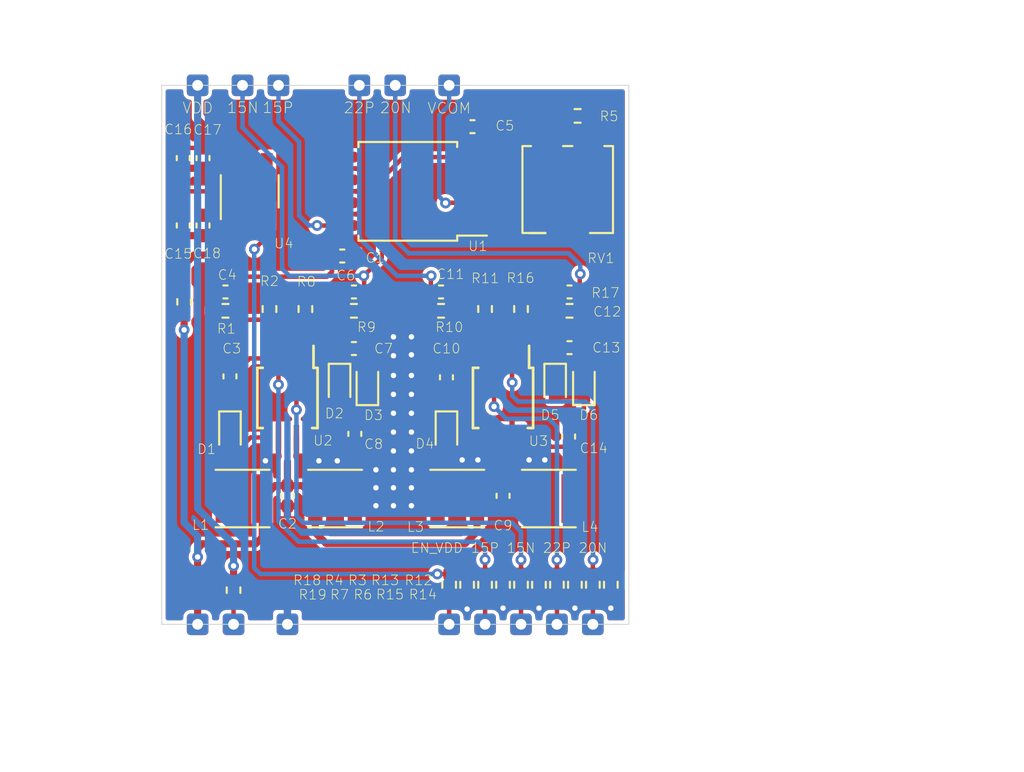
<source format=kicad_pcb>
(kicad_pcb (version 20171130) (host pcbnew "(5.1.7)-1")
  (layers (0 F.Cu signal) (31 B.Cu signal) (34 B.Paste user) (35 F.Paste user) (36 B.SilkS user) (37 F.SilkS user) (38 B.Mask user) (39 F.Mask user) (44 Edge.Cuts user))
  (net 0 "")
  (net 1 GND)
  (net 2 VCC_5V)
  (net 3 +15V)
  (net 4 +22V)
  (net 5 -15V)
  (net 6 -20V)
  (net 7 VCOM)
  (net 8 "Net-(C3-Pad2)")
  (net 9 "Net-(D1-Pad2)")
  (net 10 "Net-(RV1-Pad2)")
  (net 11 "Net-(C7-Pad1)")
  (net 12 "Net-(C8-Pad2)")
  (net 13 "Net-(C8-Pad1)")
  (net 14 "Net-(R4-Pad1)")
  (net 15 "Net-(R5-Pad1)")
  (net 16 "Net-(C10-Pad2)")
  (net 17 "Net-(C13-Pad1)")
  (net 18 "Net-(C14-Pad2)")
  (net 19 "Net-(C14-Pad1)")
  (net 20 "Net-(D4-Pad2)")
  (net 21 "Net-(R3-Pad1)")
  (net 22 "Net-(R12-Pad1)")
  (net 23 "Net-(R13-Pad1)")
  (net 24 VCC_3V3)
  (net 25 /EN_15P)
  (net 26 /EN_15N)
  (net 27 /EN_22P)
  (net 28 /EN_20N)
  (net 29 VCC_EINK)
  (net 30 "Net-(C15-Pad2)")
  (net 31 /EN_VCC_EINK)
  (net 32 "Net-(R18-Pad2)")
  (net 33 "Net-(C18-Pad2)")
  (net 34 "Net-(U1-Pad6)")
  (module FlightComputer_Library:Jumper_0402_1005Metric (layer F.Cu) (at 113.25 93.8 90)
    (fp_text reference JP2 hide)
    (fp_text value Close)
    (pad 2 smd custom (at 0.51 0 90) (size 0.54 0.64) (layers F.Cu F.Paste F.Mask) (net 33 "Net-(C18-Pad2)") (options (clearance outline) (anchor rect)) (primitives (gr_poly (pts (xy 0 0.32) (xy -0.3 0.32) (xy -0.48 0) (xy -0.3 -0.32) (xy 0 -0.32)) (width 0))))
    (pad 1 smd custom (at -0.51 0 90) (size 0.54 0.64) (layers F.Cu F.Paste F.Mask) (net 2 VCC_5V) (options (clearance outline) (anchor rect)) (primitives (gr_poly (pts (xy 0 0.32) (xy 0.48 0.32) (xy 0.3 0) (xy 0.48 -0.32) (xy 0 -0.32)) (width 0))))
  )
  (module Package_TO_SOT_SMD:SOT-23-5_HandSoldering (layer F.Cu) (at 116.9 87.65 90)
    (fp_text reference U4 (at -2.9 1.9 180) (layer F.SilkS) (effects (font (size 0.54 0.54) (thickness 0.04))))
    (fp_text value "XC6220B331MR-G ")
    (pad 5 smd rect (at 1.35 -0.95 90) (size 1.56 0.65) (layers F.Cu F.Paste F.Mask) (net 29 VCC_EINK))
    (pad 4 smd rect (at 1.35 0.95 90) (size 1.56 0.65) (layers F.Cu F.Paste F.Mask) (net 30 "Net-(C15-Pad2)"))
    (pad 3 smd rect (at -1.35 0.95 90) (size 1.56 0.65) (layers F.Cu F.Paste F.Mask) (net 32 "Net-(R18-Pad2)"))
    (pad 2 smd rect (at -1.35 0 90) (size 1.56 0.65) (layers F.Cu F.Paste F.Mask) (net 1 GND))
    (pad 1 smd rect (at -1.35 -0.95 90) (size 1.56 0.65) (layers F.Cu F.Paste F.Mask) (net 33 "Net-(C18-Pad2)"))
  )
  (module Package_SO:SOIC-8_5.275x5.275mm_P1.27mm (layer F.Cu) (at 125.7 87.65 180)
    (fp_text reference U1 (at -3.9 -3.05) (layer F.SilkS) (effects (font (size 0.54 0.54) (thickness 0.04))))
    (fp_text value LM358)
    (pad 8 smd roundrect (at 3.6 -1.905 180) (size 1.6 0.6) (layers F.Cu F.Paste F.Mask) (net 3 +15V))
    (pad 7 smd roundrect (at 3.6 -0.635 180) (size 1.6 0.6) (layers F.Cu F.Paste F.Mask) (net 34 "Net-(U1-Pad6)"))
    (pad 6 smd roundrect (at 3.6 0.635 180) (size 1.6 0.6) (layers F.Cu F.Paste F.Mask) (net 34 "Net-(U1-Pad6)"))
    (pad 5 smd roundrect (at 3.6 1.905 180) (size 1.6 0.6) (layers F.Cu F.Paste F.Mask) (net 1 GND))
    (pad 4 smd roundrect (at -3.6 1.905 180) (size 1.6 0.6) (layers F.Cu F.Paste F.Mask) (net 5 -15V))
    (pad 3 smd roundrect (at -3.6 0.635 180) (size 1.6 0.6) (layers F.Cu F.Paste F.Mask) (net 10 "Net-(RV1-Pad2)"))
    (pad 2 smd roundrect (at -3.6 -0.635 180) (size 1.6 0.6) (layers F.Cu F.Paste F.Mask) (net 7 VCOM))
    (pad 1 smd roundrect (at -3.6 -1.905 180) (size 1.6 0.6) (layers F.Cu F.Paste F.Mask) (net 7 VCOM))
  )
  (module FlightComputer_Library:R_0402_1005Metric_Pad0.72x0.64mm_HandSolder (layer F.Cu) (at 129 109.55 270)
    (fp_text reference R19 (at 0.55 8.6 180) (layer F.SilkS) (effects (font (size 0.54 0.54) (thickness 0.04))))
    (fp_text value 100K)
    (pad 2 smd roundrect (at 0.5975 0 270) (size 0.715 0.64) (layers F.Cu F.Paste F.Mask) (net 1 GND))
    (pad 1 smd roundrect (at -0.5975 0 270) (size 0.715 0.64) (layers F.Cu F.Paste F.Mask) (net 32 "Net-(R18-Pad2)"))
  )
  (module FlightComputer_Library:R_0402_1005Metric_Pad0.72x0.64mm_HandSolder (layer F.Cu) (at 128 109.55 90)
    (fp_text reference R18 (at 0.25 -7.9 180) (layer F.SilkS) (effects (font (size 0.54 0.54) (thickness 0.04))))
    (fp_text value 33R)
    (pad 2 smd roundrect (at 0.5975 0 90) (size 0.715 0.64) (layers F.Cu F.Paste F.Mask) (net 32 "Net-(R18-Pad2)"))
    (pad 1 smd roundrect (at -0.5975 0 90) (size 0.715 0.64) (layers F.Cu F.Paste F.Mask) (net 31 /EN_VCC_EINK))
  )
  (module FlightComputer_Library:C_0402_1005Metric_Pad0.74x0.62mm_HandSolder (layer F.Cu) (at 114.3 89.55 90)
    (fp_text reference C18 (at -1.55 0.225 180) (layer F.SilkS) (effects (font (size 0.54 0.54) (thickness 0.04))))
    (fp_text value 1uF)
    (pad 2 smd roundrect (at 0.5675 0 90) (size 0.735 0.62) (layers F.Cu F.Paste F.Mask) (net 33 "Net-(C18-Pad2)"))
    (pad 1 smd roundrect (at -0.5675 0 90) (size 0.735 0.62) (layers F.Cu F.Paste F.Mask) (net 1 GND))
  )
  (module FlightComputer_Library:C_0402_1005Metric_Pad0.74x0.62mm_HandSolder (layer F.Cu) (at 114.3 85.8 270)
    (fp_text reference C17 (at -1.575 -0.25 180) (layer F.SilkS) (effects (font (size 0.54 0.54) (thickness 0.04))))
    (fp_text value 10uF)
    (pad 2 smd roundrect (at 0.5675 0 270) (size 0.735 0.62) (layers F.Cu F.Paste F.Mask) (net 1 GND))
    (pad 1 smd roundrect (at -0.5675 0 270) (size 0.735 0.62) (layers F.Cu F.Paste F.Mask) (net 29 VCC_EINK))
  )
  (module FlightComputer_Library:C_0402_1005Metric_Pad0.74x0.62mm_HandSolder (layer F.Cu) (at 113.2 85.8 90)
    (fp_text reference C16 (at 1.6 -0.275 180) (layer F.SilkS) (effects (font (size 0.54 0.54) (thickness 0.04))))
    (fp_text value 0.1uF)
    (pad 2 smd roundrect (at 0.5675 0 90) (size 0.735 0.62) (layers F.Cu F.Paste F.Mask) (net 29 VCC_EINK))
    (pad 1 smd roundrect (at -0.5675 0 90) (size 0.735 0.62) (layers F.Cu F.Paste F.Mask) (net 1 GND))
  )
  (module FlightComputer_Library:C_0402_1005Metric_Pad0.74x0.62mm_HandSolder (layer F.Cu) (at 113.2 89.55 90)
    (fp_text reference C15 (at -1.575 -0.275 180) (layer F.SilkS) (effects (font (size 0.54 0.54) (thickness 0.04))))
    (fp_text value 1uF)
    (pad 2 smd roundrect (at 0.5675 0 90) (size 0.735 0.62) (layers F.Cu F.Paste F.Mask) (net 30 "Net-(C15-Pad2)"))
    (pad 1 smd roundrect (at -0.5675 0 90) (size 0.735 0.62) (layers F.Cu F.Paste F.Mask) (net 1 GND))
  )
  (module Inductor_SMD:L_Taiyo-Yuden_MD-3030 (layer F.Cu) (at 133.55 104.75 180)
    (fp_text reference L4 (at -2.29 -1.58) (layer F.SilkS) (effects (font (size 0.54 0.54) (thickness 0.04))))
    (fp_text value 22uH)
    (pad 2 smd rect (at 1.1 0 180) (size 0.8 2.7) (layers F.Cu F.Paste F.Mask) (net 2 VCC_5V))
    (pad 1 smd rect (at -1.1 0 180) (size 0.8 2.7) (layers F.Cu F.Paste F.Mask) (net 18 "Net-(C14-Pad2)"))
  )
  (module Inductor_SMD:L_Taiyo-Yuden_MD-3030 (layer F.Cu) (at 128.45 104.75 180)
    (fp_text reference L3 (at 2.32 -1.58) (layer F.SilkS) (effects (font (size 0.54 0.54) (thickness 0.04))))
    (fp_text value 22uH)
    (pad 2 smd rect (at 1.1 0 180) (size 0.8 2.7) (layers F.Cu F.Paste F.Mask) (net 20 "Net-(D4-Pad2)"))
    (pad 1 smd rect (at -1.1 0 180) (size 0.8 2.7) (layers F.Cu F.Paste F.Mask) (net 2 VCC_5V))
  )
  (module Inductor_SMD:L_Taiyo-Yuden_MD-3030 (layer F.Cu) (at 121.65 104.75 180)
    (fp_text reference L2 (at -2.28 -1.56) (layer F.SilkS) (effects (font (size 0.54 0.54) (thickness 0.04))))
    (fp_text value 22uH)
    (pad 2 smd rect (at 1.1 0 180) (size 0.8 2.7) (layers F.Cu F.Paste F.Mask) (net 2 VCC_5V))
    (pad 1 smd rect (at -1.1 0 180) (size 0.8 2.7) (layers F.Cu F.Paste F.Mask) (net 12 "Net-(C8-Pad2)"))
  )
  (module Inductor_SMD:L_Taiyo-Yuden_MD-3030 (layer F.Cu) (at 116.5 104.75 180)
    (fp_text reference L1 (at 2.33 -1.47) (layer F.SilkS) (effects (font (size 0.54 0.54) (thickness 0.04))))
    (fp_text value 22uH)
    (pad 2 smd rect (at 1.1 0 180) (size 0.8 2.7) (layers F.Cu F.Paste F.Mask) (net 9 "Net-(D1-Pad2)"))
    (pad 1 smd rect (at -1.1 0 180) (size 0.8 2.7) (layers F.Cu F.Paste F.Mask) (net 2 VCC_5V))
  )
  (module FlightComputer_Library:R_0402_1005Metric_Pad0.72x0.64mm_HandSolder (layer F.Cu) (at 134.7 94.3)
    (fp_text reference R17 (at 2 -1) (layer F.SilkS) (effects (font (size 0.54 0.54) (thickness 0.04))))
    (fp_text value 560K)
    (pad 2 smd roundrect (at 0.5975 0) (size 0.715 0.64) (layers F.Cu F.Paste F.Mask) (net 6 -20V))
    (pad 1 smd roundrect (at -0.5975 0) (size 0.715 0.64) (layers F.Cu F.Paste F.Mask) (net 17 "Net-(C13-Pad1)"))
  )
  (module FlightComputer_Library:R_0402_1005Metric_Pad0.72x0.64mm_HandSolder (layer F.Cu) (at 132 94.2 90)
    (fp_text reference R16 (at 1.725 -0.025 180) (layer F.SilkS) (effects (font (size 0.54 0.54) (thickness 0.04))))
    (fp_text value 39K)
    (pad 2 smd roundrect (at 0.5975 0 90) (size 0.715 0.64) (layers F.Cu F.Paste F.Mask) (net 1 GND))
    (pad 1 smd roundrect (at -0.5975 0 90) (size 0.715 0.64) (layers F.Cu F.Paste F.Mask) (net 17 "Net-(C13-Pad1)"))
  )
  (module FlightComputer_Library:R_0402_1005Metric_Pad0.72x0.64mm_HandSolder (layer F.Cu) (at 135 109.55 270)
    (fp_text reference R15 (at 0.54 10.29 180) (layer F.SilkS) (effects (font (size 0.54 0.54) (thickness 0.04))))
    (fp_text value 100K)
    (pad 2 smd roundrect (at 0.5975 0 270) (size 0.715 0.64) (layers F.Cu F.Paste F.Mask) (net 1 GND))
    (pad 1 smd roundrect (at -0.5975 0 270) (size 0.715 0.64) (layers F.Cu F.Paste F.Mask) (net 23 "Net-(R13-Pad1)"))
  )
  (module FlightComputer_Library:R_0402_1005Metric_Pad0.72x0.64mm_HandSolder (layer F.Cu) (at 137 109.55 270)
    (fp_text reference R14 (at 0.54 10.46 180) (layer F.SilkS) (effects (font (size 0.54 0.54) (thickness 0.04))))
    (fp_text value 100K)
    (pad 2 smd roundrect (at 0.5975 0 270) (size 0.715 0.64) (layers F.Cu F.Paste F.Mask) (net 1 GND))
    (pad 1 smd roundrect (at -0.5975 0 270) (size 0.715 0.64) (layers F.Cu F.Paste F.Mask) (net 22 "Net-(R12-Pad1)"))
  )
  (module FlightComputer_Library:R_0402_1005Metric_Pad0.72x0.64mm_HandSolder (layer F.Cu) (at 134 109.5475 270)
    (fp_text reference R13 (at -0.25 9.56 180) (layer F.SilkS) (effects (font (size 0.54 0.54) (thickness 0.04))))
    (fp_text value 33R)
    (pad 2 smd roundrect (at 0.5975 0 270) (size 0.715 0.64) (layers F.Cu F.Paste F.Mask) (net 27 /EN_22P))
    (pad 1 smd roundrect (at -0.5975 0 270) (size 0.715 0.64) (layers F.Cu F.Paste F.Mask) (net 23 "Net-(R13-Pad1)"))
  )
  (module FlightComputer_Library:R_0402_1005Metric_Pad0.72x0.64mm_HandSolder (layer F.Cu) (at 136 109.55 270)
    (fp_text reference R12 (at -0.25 9.7 180) (layer F.SilkS) (effects (font (size 0.54 0.54) (thickness 0.04))))
    (fp_text value 33R)
    (pad 2 smd roundrect (at 0.5975 0 270) (size 0.715 0.64) (layers F.Cu F.Paste F.Mask) (net 28 /EN_20N))
    (pad 1 smd roundrect (at -0.5975 0 270) (size 0.715 0.64) (layers F.Cu F.Paste F.Mask) (net 22 "Net-(R12-Pad1)"))
  )
  (module FlightComputer_Library:R_0402_1005Metric_Pad0.72x0.64mm_HandSolder (layer F.Cu) (at 130 94.2 90)
    (fp_text reference R11 (at 1.71 0.01 180) (layer F.SilkS) (effects (font (size 0.54 0.54) (thickness 0.04))))
    (fp_text value 120K)
    (pad 2 smd roundrect (at 0.5975 0 90) (size 0.715 0.64) (layers F.Cu F.Paste F.Mask) (net 1 GND))
    (pad 1 smd roundrect (at -0.5975 0 90) (size 0.715 0.64) (layers F.Cu F.Paste F.Mask) (net 16 "Net-(C10-Pad2)"))
  )
  (module FlightComputer_Library:R_0402_1005Metric_Pad0.72x0.64mm_HandSolder (layer F.Cu) (at 127.55 94.3 180)
    (fp_text reference R10 (at -0.46 -0.91) (layer F.SilkS) (effects (font (size 0.54 0.54) (thickness 0.04))))
    (fp_text value 2M)
    (pad 2 smd roundrect (at 0.5975 0 180) (size 0.715 0.64) (layers F.Cu F.Paste F.Mask) (net 4 +22V))
    (pad 1 smd roundrect (at -0.5975 0 180) (size 0.715 0.64) (layers F.Cu F.Paste F.Mask) (net 16 "Net-(C10-Pad2)"))
  )
  (module FlightComputer_Library:R_0402_1005Metric_Pad0.72x0.64mm_HandSolder (layer F.Cu) (at 122.7 94.3)
    (fp_text reference R9 (at 0.7 0.91) (layer F.SilkS) (effects (font (size 0.54 0.54) (thickness 0.04))))
    (fp_text value 110K)
    (pad 2 smd roundrect (at 0.5975 0) (size 0.715 0.64) (layers F.Cu F.Paste F.Mask) (net 5 -15V))
    (pad 1 smd roundrect (at -0.5975 0) (size 0.715 0.64) (layers F.Cu F.Paste F.Mask) (net 11 "Net-(C7-Pad1)"))
  )
  (module FlightComputer_Library:R_0402_1005Metric_Pad0.72x0.64mm_HandSolder (layer F.Cu) (at 120 94.2 90)
    (fp_text reference R8 (at 1.525 0.05 180) (layer F.SilkS) (effects (font (size 0.54 0.54) (thickness 0.04))))
    (fp_text value 10K)
    (pad 2 smd roundrect (at 0.5975 0 90) (size 0.715 0.64) (layers F.Cu F.Paste F.Mask) (net 1 GND))
    (pad 1 smd roundrect (at -0.5975 0 90) (size 0.715 0.64) (layers F.Cu F.Paste F.Mask) (net 11 "Net-(C7-Pad1)"))
  )
  (module FlightComputer_Library:R_0402_1005Metric_Pad0.72x0.64mm_HandSolder (layer F.Cu) (at 131 109.55 270)
    (fp_text reference R7 (at 0.55 9.1 180) (layer F.SilkS) (effects (font (size 0.54 0.54) (thickness 0.04))))
    (fp_text value 100K)
    (pad 2 smd roundrect (at 0.5975 0 270) (size 0.715 0.64) (layers F.Cu F.Paste F.Mask) (net 1 GND))
    (pad 1 smd roundrect (at -0.5975 0 270) (size 0.715 0.64) (layers F.Cu F.Paste F.Mask) (net 14 "Net-(R4-Pad1)"))
  )
  (module FlightComputer_Library:R_0402_1005Metric_Pad0.72x0.64mm_HandSolder (layer F.Cu) (at 133 109.55 270)
    (fp_text reference R6 (at 0.55 9.8 180) (layer F.SilkS) (effects (font (size 0.54 0.54) (thickness 0.04))))
    (fp_text value 100K)
    (pad 2 smd roundrect (at 0.5975 0 270) (size 0.715 0.64) (layers F.Cu F.Paste F.Mask) (net 1 GND))
    (pad 1 smd roundrect (at -0.5975 0 270) (size 0.715 0.64) (layers F.Cu F.Paste F.Mask) (net 21 "Net-(R3-Pad1)"))
  )
  (module FlightComputer_Library:R_0402_1005Metric_Pad0.72x0.64mm_HandSolder (layer F.Cu) (at 135.15 83.45 180)
    (fp_text reference R5 (at -1.75 -0.025) (layer F.SilkS) (effects (font (size 0.54 0.54) (thickness 0.04))))
    (fp_text value 200K)
    (pad 2 smd roundrect (at 0.5975 0 180) (size 0.715 0.64) (layers F.Cu F.Paste F.Mask) (net 5 -15V))
    (pad 1 smd roundrect (at -0.5975 0 180) (size 0.715 0.64) (layers F.Cu F.Paste F.Mask) (net 15 "Net-(R5-Pad1)"))
  )
  (module FlightComputer_Library:R_0402_1005Metric_Pad0.72x0.64mm_HandSolder (layer F.Cu) (at 130 109.55 270)
    (fp_text reference R4 (at -0.25 8.4 180) (layer F.SilkS) (effects (font (size 0.54 0.54) (thickness 0.04))))
    (fp_text value 33R)
    (pad 2 smd roundrect (at 0.5975 0 270) (size 0.715 0.64) (layers F.Cu F.Paste F.Mask) (net 25 /EN_15P))
    (pad 1 smd roundrect (at -0.5975 0 270) (size 0.715 0.64) (layers F.Cu F.Paste F.Mask) (net 14 "Net-(R4-Pad1)"))
  )
  (module FlightComputer_Library:R_0402_1005Metric_Pad0.72x0.64mm_HandSolder (layer F.Cu) (at 132 109.55 270)
    (fp_text reference R3 (at -0.25 9.1 180) (layer F.SilkS) (effects (font (size 0.54 0.54) (thickness 0.04))))
    (fp_text value 33R)
    (pad 2 smd roundrect (at 0.5975 0 270) (size 0.715 0.64) (layers F.Cu F.Paste F.Mask) (net 26 /EN_15N))
    (pad 1 smd roundrect (at -0.5975 0 270) (size 0.715 0.64) (layers F.Cu F.Paste F.Mask) (net 21 "Net-(R3-Pad1)"))
  )
  (module FlightComputer_Library:R_0402_1005Metric_Pad0.72x0.64mm_HandSolder (layer F.Cu) (at 118 94.2 90)
    (fp_text reference R2 (at 1.55 0 180) (layer F.SilkS) (effects (font (size 0.54 0.54) (thickness 0.04))))
    (fp_text value 27K)
    (pad 2 smd roundrect (at 0.5975 0 90) (size 0.715 0.64) (layers F.Cu F.Paste F.Mask) (net 1 GND))
    (pad 1 smd roundrect (at -0.5975 0 90) (size 0.715 0.64) (layers F.Cu F.Paste F.Mask) (net 8 "Net-(C3-Pad2)"))
  )
  (module FlightComputer_Library:R_0402_1005Metric_Pad0.72x0.64mm_HandSolder (layer F.Cu) (at 115.55 94.3 180)
    (fp_text reference R1 (at -0.05 -1) (layer F.SilkS) (effects (font (size 0.54 0.54) (thickness 0.04))))
    (fp_text value 300K)
    (pad 2 smd roundrect (at 0.5975 0 180) (size 0.715 0.64) (layers F.Cu F.Paste F.Mask) (net 3 +15V))
    (pad 1 smd roundrect (at -0.5975 0 180) (size 0.715 0.64) (layers F.Cu F.Paste F.Mask) (net 8 "Net-(C3-Pad2)"))
  )
  (module FlightComputer_Library:Jumper_0402_1005Metric (layer F.Cu) (at 116 109.85 90)
    (fp_text reference JP1 hide)
    (fp_text value Open)
    (pad 2 smd custom (at 0.51 0 90) (size 0.54 0.64) (layers F.Cu F.Paste F.Mask) (net 29 VCC_EINK) (options (clearance outline) (anchor rect)) (primitives (gr_poly (pts (xy 0 0.32) (xy -0.3 0.32) (xy -0.48 0) (xy -0.3 -0.32) (xy 0 -0.32)) (width 0))))
    (pad 1 smd custom (at -0.51 0 90) (size 0.54 0.64) (layers F.Cu F.Paste F.Mask) (net 24 VCC_3V3) (options (clearance outline) (anchor rect)) (primitives (gr_poly (pts (xy 0 0.32) (xy 0.48 0.32) (xy 0.3 0) (xy 0.48 -0.32) (xy 0 -0.32)) (width 0))))
  )
  (module FlightComputer_Library:PMIC_HOLE (layer F.Cu) (at 128 111.85)
    (fp_text reference J14 hide)
    (fp_text value Conn_01x01)
    (pad 1 thru_hole roundrect (at 0 -0.1) (size 1.2 1.2) (drill 0.6) (layers *.Cu *.Mask) (roundrect_rratio 0.167) (net 31 /EN_VCC_EINK))
  )
  (module FlightComputer_Library:PMIC_HOLE (layer F.Cu) (at 114 81.85)
    (fp_text reference J13 hide)
    (fp_text value Conn_01x01)
    (pad 1 thru_hole roundrect (at 0 -0.1) (size 1.2 1.2) (drill 0.6) (layers *.Cu *.Mask) (roundrect_rratio 0.167) (net 29 VCC_EINK))
  )
  (module FlightComputer_Library:PMIC_HOLE (layer F.Cu) (at 136 111.85)
    (fp_text reference J12 hide)
    (fp_text value Conn_01x01)
    (pad 1 thru_hole roundrect (at 0 -0.1) (size 1.2 1.2) (drill 0.6) (layers *.Cu *.Mask) (roundrect_rratio 0.167) (net 28 /EN_20N))
  )
  (module FlightComputer_Library:PMIC_HOLE (layer F.Cu) (at 134 111.85)
    (fp_text reference J11 hide)
    (fp_text value Conn_01x01)
    (pad 1 thru_hole roundrect (at 0 -0.1) (size 1.2 1.2) (drill 0.6) (layers *.Cu *.Mask) (roundrect_rratio 0.167) (net 27 /EN_22P))
  )
  (module FlightComputer_Library:PMIC_HOLE (layer F.Cu) (at 116.5 81.85)
    (fp_text reference J10 hide)
    (fp_text value Conn_01x01)
    (pad 1 thru_hole roundrect (at 0 -0.1) (size 1.2 1.2) (drill 0.6) (layers *.Cu *.Mask) (roundrect_rratio 0.167) (net 5 -15V))
  )
  (module FlightComputer_Library:PMIC_HOLE (layer F.Cu) (at 132 111.85)
    (fp_text reference J9 hide)
    (fp_text value Conn_01x01)
    (pad 1 thru_hole roundrect (at 0 -0.1) (size 1.2 1.2) (drill 0.6) (layers *.Cu *.Mask) (roundrect_rratio 0.167) (net 26 /EN_15N))
  )
  (module FlightComputer_Library:PMIC_HOLE (layer F.Cu) (at 118.5 81.85)
    (fp_text reference J8 hide)
    (fp_text value Conn_01x01)
    (pad 1 thru_hole roundrect (at 0 -0.1) (size 1.2 1.2) (drill 0.6) (layers *.Cu *.Mask) (roundrect_rratio 0.167) (net 3 +15V))
  )
  (module FlightComputer_Library:PMIC_HOLE (layer F.Cu) (at 130 111.85)
    (fp_text reference J7 hide)
    (fp_text value Conn_01x01)
    (pad 1 thru_hole roundrect (at 0 -0.1) (size 1.2 1.2) (drill 0.6) (layers *.Cu *.Mask) (roundrect_rratio 0.167) (net 25 /EN_15P))
  )
  (module FlightComputer_Library:PMIC_HOLE (layer F.Cu) (at 128 81.85)
    (fp_text reference J6 hide)
    (fp_text value Conn_01x01)
    (pad 1 thru_hole roundrect (at 0 -0.1) (size 1.2 1.2) (drill 0.6) (layers *.Cu *.Mask) (roundrect_rratio 0.167) (net 7 VCOM))
  )
  (module FlightComputer_Library:PMIC_HOLE (layer F.Cu) (at 119 111.85)
    (fp_text reference J5 hide)
    (fp_text value Conn_01x01)
    (pad 1 thru_hole roundrect (at 0 -0.1) (size 1.2 1.2) (drill 0.6) (layers *.Cu *.Mask) (roundrect_rratio 0.167) (net 1 GND))
  )
  (module FlightComputer_Library:PMIC_HOLE (layer F.Cu) (at 125 81.85)
    (fp_text reference J4 hide)
    (fp_text value Conn_01x01)
    (pad 1 thru_hole roundrect (at 0 -0.1) (size 1.2 1.2) (drill 0.6) (layers *.Cu *.Mask) (roundrect_rratio 0.167) (net 6 -20V))
  )
  (module FlightComputer_Library:PMIC_HOLE (layer F.Cu) (at 116 111.85)
    (fp_text reference J3 hide)
    (fp_text value Conn_01x01)
    (pad 1 thru_hole roundrect (at 0 -0.1) (size 1.2 1.2) (drill 0.6) (layers *.Cu *.Mask) (roundrect_rratio 0.167) (net 24 VCC_3V3))
  )
  (module FlightComputer_Library:PMIC_HOLE (layer F.Cu) (at 123 81.85)
    (fp_text reference J2 hide)
    (fp_text value Conn_01x01)
    (pad 1 thru_hole roundrect (at 0 -0.1) (size 1.2 1.2) (drill 0.6) (layers *.Cu *.Mask) (roundrect_rratio 0.167) (net 4 +22V))
  )
  (module FlightComputer_Library:PMIC_HOLE (layer F.Cu) (at 114 111.85)
    (fp_text reference J1 hide)
    (fp_text value Conn_01x01)
    (pad 1 thru_hole roundrect (at 0 -0.1) (size 1.2 1.2) (drill 0.6) (layers *.Cu *.Mask) (roundrect_rratio 0.167) (net 2 VCC_5V))
  )
  (module FlightComputer_Library:C_0402_1005Metric_Pad0.74x0.62mm_HandSolder (layer F.Cu) (at 134.65 101.3 270)
    (fp_text reference C14 (at 0.65 -1.4 180) (layer F.SilkS) (effects (font (size 0.54 0.54) (thickness 0.04))))
    (fp_text value 0.1uF)
    (pad 2 smd roundrect (at 0.5675 0 270) (size 0.735 0.62) (layers F.Cu F.Paste F.Mask) (net 18 "Net-(C14-Pad2)"))
    (pad 1 smd roundrect (at -0.5675 0 270) (size 0.735 0.62) (layers F.Cu F.Paste F.Mask) (net 19 "Net-(C14-Pad1)"))
  )
  (module FlightComputer_Library:C_0402_1005Metric_Pad0.74x0.62mm_HandSolder (layer F.Cu) (at 134.7 96.35)
    (fp_text reference C13 (at 2.05 0) (layer F.SilkS) (effects (font (size 0.54 0.54) (thickness 0.04))))
    (fp_text value 100pF)
    (pad 2 smd roundrect (at 0.5675 0) (size 0.735 0.62) (layers F.Cu F.Paste F.Mask) (net 6 -20V))
    (pad 1 smd roundrect (at -0.5675 0) (size 0.735 0.62) (layers F.Cu F.Paste F.Mask) (net 17 "Net-(C13-Pad1)"))
  )
  (module FlightComputer_Library:C_0402_1005Metric_Pad0.74x0.62mm_HandSolder (layer F.Cu) (at 134.7 93.25 180)
    (fp_text reference C12 (at -2.1 -1.1) (layer F.SilkS) (effects (font (size 0.54 0.54) (thickness 0.04))))
    (fp_text value 1uF)
    (pad 2 smd roundrect (at 0.5675 0 180) (size 0.735 0.62) (layers F.Cu F.Paste F.Mask) (net 1 GND))
    (pad 1 smd roundrect (at -0.5675 0 180) (size 0.735 0.62) (layers F.Cu F.Paste F.Mask) (net 6 -20V))
  )
  (module FlightComputer_Library:C_0402_1005Metric_Pad0.74x0.62mm_HandSolder (layer F.Cu) (at 127.55 93.25)
    (fp_text reference C11 (at 0.52 -0.99) (layer F.SilkS) (effects (font (size 0.54 0.54) (thickness 0.04))))
    (fp_text value 1uF)
    (pad 2 smd roundrect (at 0.5675 0) (size 0.735 0.62) (layers F.Cu F.Paste F.Mask) (net 1 GND))
    (pad 1 smd roundrect (at -0.5675 0) (size 0.735 0.62) (layers F.Cu F.Paste F.Mask) (net 4 +22V))
  )
  (module FlightComputer_Library:C_0402_1005Metric_Pad0.74x0.62mm_HandSolder (layer F.Cu) (at 127.85 98 90)
    (fp_text reference C10 (at 1.6 0 180) (layer F.SilkS) (effects (font (size 0.54 0.54) (thickness 0.04))))
    (fp_text value 4.7pF)
    (pad 2 smd roundrect (at 0.5675 0 90) (size 0.735 0.62) (layers F.Cu F.Paste F.Mask) (net 16 "Net-(C10-Pad2)"))
    (pad 1 smd roundrect (at -0.5675 0 90) (size 0.735 0.62) (layers F.Cu F.Paste F.Mask) (net 4 +22V))
  )
  (module FlightComputer_Library:C_0402_1005Metric_Pad0.74x0.62mm_HandSolder (layer F.Cu) (at 131 104.6 270)
    (fp_text reference C9 (at 1.65 0 180) (layer F.SilkS) (effects (font (size 0.54 0.54) (thickness 0.04))))
    (fp_text value 4.7uF)
    (pad 2 smd roundrect (at 0.5675 0 270) (size 0.735 0.62) (layers F.Cu F.Paste F.Mask) (net 1 GND))
    (pad 1 smd roundrect (at -0.5675 0 270) (size 0.735 0.62) (layers F.Cu F.Paste F.Mask) (net 2 VCC_5V))
  )
  (module FlightComputer_Library:C_0402_1005Metric_Pad0.74x0.62mm_HandSolder (layer F.Cu) (at 122.75 101.15 270)
    (fp_text reference C8 (at 0.57 -1.05 180) (layer F.SilkS) (effects (font (size 0.54 0.54) (thickness 0.04))))
    (fp_text value 0.1uF)
    (pad 2 smd roundrect (at 0.5675 0 270) (size 0.735 0.62) (layers F.Cu F.Paste F.Mask) (net 12 "Net-(C8-Pad2)"))
    (pad 1 smd roundrect (at -0.5675 0 270) (size 0.735 0.62) (layers F.Cu F.Paste F.Mask) (net 13 "Net-(C8-Pad1)"))
  )
  (module FlightComputer_Library:C_0402_1005Metric_Pad0.74x0.62mm_HandSolder (layer F.Cu) (at 122.7 96.4)
    (fp_text reference C7 (at 1.65 0) (layer F.SilkS) (effects (font (size 0.54 0.54) (thickness 0.04))))
    (fp_text value 100pF)
    (pad 2 smd roundrect (at 0.5675 0) (size 0.735 0.62) (layers F.Cu F.Paste F.Mask) (net 5 -15V))
    (pad 1 smd roundrect (at -0.5675 0) (size 0.735 0.62) (layers F.Cu F.Paste F.Mask) (net 11 "Net-(C7-Pad1)"))
  )
  (module FlightComputer_Library:C_0402_1005Metric_Pad0.74x0.62mm_HandSolder (layer F.Cu) (at 122.7 93.25 180)
    (fp_text reference C6 (at 0.45 0.92) (layer F.SilkS) (effects (font (size 0.54 0.54) (thickness 0.04))))
    (fp_text value 1uF)
    (pad 2 smd roundrect (at 0.5675 0 180) (size 0.735 0.62) (layers F.Cu F.Paste F.Mask) (net 1 GND))
    (pad 1 smd roundrect (at -0.5675 0 180) (size 0.735 0.62) (layers F.Cu F.Paste F.Mask) (net 5 -15V))
  )
  (module FlightComputer_Library:C_0402_1005Metric_Pad0.74x0.62mm_HandSolder (layer F.Cu) (at 129.3 84.05)
    (fp_text reference C5 (at 1.8 -0.05) (layer F.SilkS) (effects (font (size 0.54 0.54) (thickness 0.04))))
    (fp_text value 0.1uF)
    (pad 2 smd roundrect (at 0.5675 0) (size 0.735 0.62) (layers F.Cu F.Paste F.Mask) (net 5 -15V))
    (pad 1 smd roundrect (at -0.5675 0) (size 0.735 0.62) (layers F.Cu F.Paste F.Mask) (net 1 GND))
  )
  (module FlightComputer_Library:C_0402_1005Metric_Pad0.74x0.62mm_HandSolder (layer F.Cu) (at 115.55 93.25)
    (fp_text reference C4 (at 0.1 -0.95) (layer F.SilkS) (effects (font (size 0.54 0.54) (thickness 0.04))))
    (fp_text value 1uF)
    (pad 2 smd roundrect (at 0.5675 0) (size 0.735 0.62) (layers F.Cu F.Paste F.Mask) (net 1 GND))
    (pad 1 smd roundrect (at -0.5675 0) (size 0.735 0.62) (layers F.Cu F.Paste F.Mask) (net 3 +15V))
  )
  (module FlightComputer_Library:C_0402_1005Metric_Pad0.74x0.62mm_HandSolder (layer F.Cu) (at 115.8 97.95 90)
    (fp_text reference C3 (at 1.55 0.1 180) (layer F.SilkS) (effects (font (size 0.54 0.54) (thickness 0.04))))
    (fp_text value 4.7pF)
    (pad 2 smd roundrect (at 0.5675 0 90) (size 0.735 0.62) (layers F.Cu F.Paste F.Mask) (net 8 "Net-(C3-Pad2)"))
    (pad 1 smd roundrect (at -0.5675 0 90) (size 0.735 0.62) (layers F.Cu F.Paste F.Mask) (net 3 +15V))
  )
  (module FlightComputer_Library:C_0402_1005Metric_Pad0.74x0.62mm_HandSolder (layer F.Cu) (at 119 104.6 270)
    (fp_text reference C2 (at 1.55 0 180) (layer F.SilkS) (effects (font (size 0.54 0.54) (thickness 0.04))))
    (fp_text value 4.7uF)
    (pad 2 smd roundrect (at 0.5675 0 270) (size 0.735 0.62) (layers F.Cu F.Paste F.Mask) (net 1 GND))
    (pad 1 smd roundrect (at -0.5675 0 270) (size 0.735 0.62) (layers F.Cu F.Paste F.Mask) (net 2 VCC_5V))
  )
  (module FlightComputer_Library:C_0402_1005Metric_Pad0.74x0.62mm_HandSolder (layer F.Cu) (at 122.05 91.25)
    (fp_text reference C1 (at 1.825 0.1) (layer F.SilkS) (effects (font (size 0.54 0.54) (thickness 0.04))))
    (fp_text value 0.1uF)
    (pad 2 smd roundrect (at 0.5675 0) (size 0.735 0.62) (layers F.Cu F.Paste F.Mask) (net 1 GND))
    (pad 1 smd roundrect (at -0.5675 0) (size 0.735 0.62) (layers F.Cu F.Paste F.Mask) (net 3 +15V))
  )
  (module Package_SO:MSOP-10_3x3mm_P0.5mm (layer F.Cu) (at 131 99.15 270)
    (fp_text reference U3 (at 2.4 -1.975 180) (layer F.SilkS) (effects (font (size 0.54 0.54) (thickness 0.04))))
    (fp_text value LT1945)
    (pad 10 smd rect (at 2.2 -1 270) (size 1.4 0.3) (layers F.Cu F.Paste F.Mask) (net 18 "Net-(C14-Pad2)"))
    (pad 9 smd rect (at 2.2 -0.5 270) (size 1.4 0.3) (layers F.Cu F.Paste F.Mask) (net 1 GND))
    (pad 8 smd rect (at 2.2 0 270) (size 1.4 0.3) (layers F.Cu F.Paste F.Mask) (net 2 VCC_5V))
    (pad 7 smd rect (at 2.2 0.5 270) (size 1.4 0.3) (layers F.Cu F.Paste F.Mask) (net 1 GND))
    (pad 6 smd rect (at 2.2 1 270) (size 1.4 0.3) (layers F.Cu F.Paste F.Mask) (net 20 "Net-(D4-Pad2)"))
    (pad 5 smd rect (at -2.2 1 270) (size 1.4 0.3) (layers F.Cu F.Paste F.Mask) (net 16 "Net-(C10-Pad2)"))
    (pad 4 smd rect (at -2.2 0.5 270) (size 1.4 0.3) (layers F.Cu F.Paste F.Mask) (net 23 "Net-(R13-Pad1)"))
    (pad 3 smd rect (at -2.2 0 270) (size 1.4 0.3) (layers F.Cu F.Paste F.Mask) (net 1 GND))
    (pad 2 smd rect (at -2.2 -0.5 270) (size 1.4 0.3) (layers F.Cu F.Paste F.Mask) (net 22 "Net-(R12-Pad1)"))
    (pad 1 smd rect (at -2.2 -1 270) (size 1.4 0.3) (layers F.Cu F.Paste F.Mask) (net 17 "Net-(C13-Pad1)"))
  )
  (module Package_SO:MSOP-10_3x3mm_P0.5mm (layer F.Cu) (at 119 99.15 270)
    (fp_text reference U2 (at 2.375 -1.975 180) (layer F.SilkS) (effects (font (size 0.54 0.54) (thickness 0.04))))
    (fp_text value LT1945)
    (pad 10 smd rect (at 2.2 -1 270) (size 1.4 0.3) (layers F.Cu F.Paste F.Mask) (net 12 "Net-(C8-Pad2)"))
    (pad 9 smd rect (at 2.2 -0.5 270) (size 1.4 0.3) (layers F.Cu F.Paste F.Mask) (net 1 GND))
    (pad 8 smd rect (at 2.2 0 270) (size 1.4 0.3) (layers F.Cu F.Paste F.Mask) (net 2 VCC_5V))
    (pad 7 smd rect (at 2.2 0.5 270) (size 1.4 0.3) (layers F.Cu F.Paste F.Mask) (net 1 GND))
    (pad 6 smd rect (at 2.2 1 270) (size 1.4 0.3) (layers F.Cu F.Paste F.Mask) (net 9 "Net-(D1-Pad2)"))
    (pad 5 smd rect (at -2.2 1 270) (size 1.4 0.3) (layers F.Cu F.Paste F.Mask) (net 8 "Net-(C3-Pad2)"))
    (pad 4 smd rect (at -2.2 0.5 270) (size 1.4 0.3) (layers F.Cu F.Paste F.Mask) (net 14 "Net-(R4-Pad1)"))
    (pad 3 smd rect (at -2.2 0 270) (size 1.4 0.3) (layers F.Cu F.Paste F.Mask) (net 1 GND))
    (pad 2 smd rect (at -2.2 -0.5 270) (size 1.4 0.3) (layers F.Cu F.Paste F.Mask) (net 21 "Net-(R3-Pad1)"))
    (pad 1 smd rect (at -2.2 -1 270) (size 1.4 0.3) (layers F.Cu F.Paste F.Mask) (net 11 "Net-(C7-Pad1)"))
  )
  (module Potentiometer_SMD:Potentiometer_Bourns_3214J_Horizontal (layer F.Cu) (at 134.6 87.55 90)
    (fp_text reference RV1 (at -3.825 1.85 180) (layer F.SilkS) (effects (font (size 0.54 0.54) (thickness 0.04))))
    (fp_text value 100K)
    (pad 3 smd rect (at 2 1.15 90) (size 2 1.3) (layers F.Cu F.Paste F.Mask) (net 15 "Net-(R5-Pad1)"))
    (pad 2 smd rect (at -2 0 90) (size 2 2) (layers F.Cu F.Paste F.Mask) (net 10 "Net-(RV1-Pad2)"))
    (pad 1 smd rect (at 2 -1.15 90) (size 2 1.3) (layers F.Cu F.Paste F.Mask) (net 1 GND))
  )
  (module Diode_SMD:D_SOD-523 (layer F.Cu) (at 135.5 98.4 90)
    (fp_text reference D6 (at -1.7 0.275 180) (layer F.SilkS) (effects (font (size 0.54 0.54) (thickness 0.04))))
    (fp_text value 1N4001)
    (pad 1 smd rect (at -0.7 0 270) (size 0.6 0.7) (layers F.Cu F.Paste F.Mask) (net 19 "Net-(C14-Pad1)"))
    (pad 2 smd rect (at 0.7 0 270) (size 0.6 0.7) (layers F.Cu F.Paste F.Mask) (net 6 -20V))
  )
  (module Diode_SMD:D_SOD-523 (layer F.Cu) (at 133.9 98.4 270)
    (fp_text reference D5 (at 1.7 0.275 180) (layer F.SilkS) (effects (font (size 0.54 0.54) (thickness 0.04))))
    (fp_text value 1N4001)
    (pad 1 smd rect (at -0.7 0 90) (size 0.6 0.7) (layers F.Cu F.Paste F.Mask) (net 1 GND))
    (pad 2 smd rect (at 0.7 0 90) (size 0.6 0.7) (layers F.Cu F.Paste F.Mask) (net 19 "Net-(C14-Pad1)"))
  )
  (module Diode_SMD:D_SOD-523 (layer F.Cu) (at 127.85 101.05 270)
    (fp_text reference D4 (at 0.65 1.2 180) (layer F.SilkS) (effects (font (size 0.54 0.54) (thickness 0.04))))
    (fp_text value 1N4001)
    (pad 1 smd rect (at -0.7 0 90) (size 0.6 0.7) (layers F.Cu F.Paste F.Mask) (net 4 +22V))
    (pad 2 smd rect (at 0.7 0 90) (size 0.6 0.7) (layers F.Cu F.Paste F.Mask) (net 20 "Net-(D4-Pad2)"))
  )
  (module Diode_SMD:D_SOD-523 (layer F.Cu) (at 123.45 98.4 90)
    (fp_text reference D3 (at -1.71 0.34 180) (layer F.SilkS) (effects (font (size 0.54 0.54) (thickness 0.04))))
    (fp_text value 1N4001)
    (pad 1 smd rect (at -0.7 0 270) (size 0.6 0.7) (layers F.Cu F.Paste F.Mask) (net 13 "Net-(C8-Pad1)"))
    (pad 2 smd rect (at 0.7 0 270) (size 0.6 0.7) (layers F.Cu F.Paste F.Mask) (net 5 -15V))
  )
  (module Diode_SMD:D_SOD-523 (layer F.Cu) (at 121.9 98.4 270)
    (fp_text reference D2 (at 1.61 0.29 180) (layer F.SilkS) (effects (font (size 0.54 0.54) (thickness 0.04))))
    (fp_text value 1N4001)
    (pad 1 smd rect (at -0.7 0 90) (size 0.6 0.7) (layers F.Cu F.Paste F.Mask) (net 1 GND))
    (pad 2 smd rect (at 0.7 0 90) (size 0.6 0.7) (layers F.Cu F.Paste F.Mask) (net 13 "Net-(C8-Pad1)"))
  )
  (module Diode_SMD:D_SOD-523 (layer F.Cu) (at 115.8 101.05 270)
    (fp_text reference D1 (at 0.95 1.3 180) (layer F.SilkS) (effects (font (size 0.54 0.54) (thickness 0.04))))
    (fp_text value 1N4001)
    (pad 1 smd rect (at -0.7 0 90) (size 0.6 0.7) (layers F.Cu F.Paste F.Mask) (net 3 +15V))
    (pad 2 smd rect (at 0.7 0 90) (size 0.6 0.7) (layers F.Cu F.Paste F.Mask) (net 9 "Net-(D1-Pad2)"))
  )
  (gr_text EN_ (at 126.6 107.5) (layer F.SilkS) (effects (font (size 0.54 0.54) (thickness 0.04))))
  (gr_text VDD (at 128 107.5) (layer F.SilkS) (effects (font (size 0.54 0.54) (thickness 0.04))))
  (gr_text 15P (at 130 107.5) (layer F.SilkS) (effects (font (size 0.54 0.54) (thickness 0.04))))
  (gr_text 15N (at 132 107.5) (layer F.SilkS) (effects (font (size 0.54 0.54) (thickness 0.04))))
  (gr_text 22P (at 134 107.5) (layer F.SilkS) (effects (font (size 0.54 0.54) (thickness 0.04))))
  (gr_text 20N (at 136 107.5) (layer F.SilkS) (effects (font (size 0.54 0.54) (thickness 0.04))))
  (gr_text VCOM (at 128 83.02) (layer F.SilkS) (effects (font (size 0.6 0.6) (thickness 0.04))))
  (gr_text 20N (at 125.03 83) (layer F.SilkS) (effects (font (size 0.6 0.6) (thickness 0.04))))
  (gr_text 22P (at 123 83) (layer F.SilkS) (effects (font (size 0.6 0.6) (thickness 0.04))))
  (gr_text 15P (at 118.47 82.99) (layer F.SilkS) (effects (font (size 0.6 0.6) (thickness 0.04))))
  (gr_text 15N (at 116.51 82.99) (layer F.SilkS) (effects (font (size 0.6 0.6) (thickness 0.04))))
  (gr_text VDD (at 114.01 83.01) (layer F.SilkS) (effects (font (size 0.6 0.6) (thickness 0.04))))
  (gr_line (start 138 81.75) (end 138 111.75) (layer Edge.Cuts) (width 0.05))
  (gr_line (start 112 111.75) (end 112 81.75) (layer Edge.Cuts) (width 0.05))
  (gr_line (start 138 111.75) (end 112 111.75) (layer Edge.Cuts) (width 0.05))
  (gr_line (start 112 81.75) (end 138 81.75) (layer Edge.Cuts) (width 0.05))
  (via (at 129 110.9) (size 0.6) (drill 0.3) (layers F.Cu B.Cu) (net 1))
  (segment (start 129 110.1475) (end 129 110.9) (width 0.25) (layer F.Cu) (net 1))
  (via (at 131 110.85) (size 0.6) (drill 0.3) (layers F.Cu B.Cu) (net 1))
  (via (at 133 110.85) (size 0.6) (drill 0.3) (layers F.Cu B.Cu) (net 1))
  (via (at 135 110.85) (size 0.6) (drill 0.3) (layers F.Cu B.Cu) (net 1))
  (via (at 137 110.85) (size 0.6) (drill 0.3) (layers F.Cu B.Cu) (net 1))
  (segment (start 130.2 102.6) (end 129.6 102.6) (width 0.25) (layer F.Cu) (net 1))
  (via (at 129.6 102.6) (size 0.6) (drill 0.3) (layers F.Cu B.Cu) (net 1))
  (segment (start 130.5 101.35) (end 130.5 102.3) (width 0.25) (layer F.Cu) (net 1))
  (segment (start 130.5 102.3) (end 130.2 102.6) (width 0.25) (layer F.Cu) (net 1))
  (via (at 132.45 102.6) (size 0.6) (drill 0.3) (layers F.Cu B.Cu) (net 1))
  (segment (start 131.5 101.35) (end 131.5 102.3) (width 0.25) (layer F.Cu) (net 1))
  (segment (start 131.8 102.6) (end 132.45 102.6) (width 0.25) (layer F.Cu) (net 1))
  (segment (start 131.5 102.3) (end 131.8 102.6) (width 0.25) (layer F.Cu) (net 1))
  (segment (start 118.15 102.65) (end 117.775 102.65) (width 0.25) (layer F.Cu) (net 1))
  (via (at 117.775 102.65) (size 0.6) (drill 0.3) (layers F.Cu B.Cu) (net 1))
  (segment (start 118.5 101.35) (end 118.5 102.3) (width 0.25) (layer F.Cu) (net 1))
  (segment (start 118.5 102.3) (end 118.15 102.65) (width 0.25) (layer F.Cu) (net 1))
  (via (at 120.75 102.65) (size 0.6) (drill 0.3) (layers F.Cu B.Cu) (net 1))
  (segment (start 119.85 102.65) (end 120.75 102.65) (width 0.25) (layer F.Cu) (net 1))
  (segment (start 119.5 101.35) (end 119.5 102.3) (width 0.25) (layer F.Cu) (net 1))
  (segment (start 119.5 102.3) (end 119.85 102.65) (width 0.25) (layer F.Cu) (net 1))
  (segment (start 119 105.1675) (end 119 111.32499) (width 0.4) (layer F.Cu) (net 1))
  (segment (start 119.8325 104.0325) (end 120.55 104.75) (width 0.4) (layer F.Cu) (net 2))
  (segment (start 119 104.0325) (end 119.8325 104.0325) (width 0.4) (layer F.Cu) (net 2))
  (segment (start 118.3175 104.0325) (end 117.6 104.75) (width 0.4) (layer F.Cu) (net 2))
  (segment (start 119 104.0325) (end 118.3175 104.0325) (width 0.4) (layer F.Cu) (net 2))
  (segment (start 119 104.0325) (end 119 102.7) (width 0.4) (layer F.Cu) (net 2))
  (segment (start 119 101.35) (end 119 102.7) (width 0.25) (layer F.Cu) (net 2))
  (segment (start 131 101.35) (end 131 101.4) (width 0.25) (layer F.Cu) (net 2))
  (segment (start 131 104.0325) (end 131 102.7) (width 0.4) (layer F.Cu) (net 2))
  (segment (start 131 101.4) (end 131 102.7) (width 0.25) (layer F.Cu) (net 2))
  (segment (start 131.7325 104.0325) (end 131 104.0325) (width 0.4) (layer F.Cu) (net 2))
  (segment (start 132.45 104.75) (end 131.7325 104.0325) (width 0.4) (layer F.Cu) (net 2))
  (segment (start 130.2675 104.0325) (end 129.55 104.75) (width 0.4) (layer F.Cu) (net 2))
  (segment (start 131 104.0325) (end 130.2675 104.0325) (width 0.4) (layer F.Cu) (net 2))
  (segment (start 115.9325 88.9825) (end 115.95 89) (width 0.25) (layer F.Cu) (net 33))
  (segment (start 114.3 88.9825) (end 115.9325 88.9825) (width 0.25) (layer F.Cu) (net 33))
  (via (at 114 108) (size 0.6) (drill 0.3) (layers F.Cu B.Cu) (net 2))
  (segment (start 129.55 106.6) (end 129.55 104.75) (width 0.4) (layer F.Cu) (net 2))
  (segment (start 115.8 100.35) (end 115.8 98.5175) (width 0.25) (layer F.Cu) (net 3))
  (segment (start 114.9525 93.28) (end 114.9825 93.25) (width 0.25) (layer F.Cu) (net 3))
  (segment (start 114.9525 94.3) (end 114.9525 93.28) (width 0.25) (layer F.Cu) (net 3))
  (segment (start 114.9525 97.67) (end 115.8 98.5175) (width 0.25) (layer F.Cu) (net 3))
  (segment (start 114.9525 94.3) (end 114.9525 97.67) (width 0.25) (layer F.Cu) (net 3))
  (via (at 120.65 89.55) (size 0.6) (drill 0.3) (layers F.Cu B.Cu) (net 3))
  (segment (start 122.1 89.555) (end 120.655 89.555) (width 0.25) (layer F.Cu) (net 3))
  (segment (start 120.655 89.555) (end 120.65 89.55) (width 0.25) (layer F.Cu) (net 3))
  (segment (start 120.65 89.55) (end 120.2 89.55) (width 0.25) (layer B.Cu) (net 3))
  (segment (start 120.2 89.55) (end 119.65 89) (width 0.25) (layer B.Cu) (net 3))
  (segment (start 119.65 84.9) (end 118.5 83.75) (width 0.25) (layer B.Cu) (net 3))
  (segment (start 119.65 89) (end 119.65 84.9) (width 0.25) (layer B.Cu) (net 3))
  (segment (start 118.5 83.75) (end 118.5 82.10001) (width 0.25) (layer B.Cu) (net 3))
  (segment (start 121.4825 91.25) (end 121.4825 90.6675) (width 0.25) (layer F.Cu) (net 3))
  (segment (start 122.1 90.05) (end 122.1 89.555) (width 0.25) (layer F.Cu) (net 3))
  (segment (start 121.4825 90.6675) (end 122.1 90.05) (width 0.25) (layer F.Cu) (net 3))
  (segment (start 121.4825 92.1175) (end 121.4825 91.25) (width 0.25) (layer F.Cu) (net 3))
  (segment (start 114.9825 93.25) (end 114.9825 92.6675) (width 0.25) (layer F.Cu) (net 3))
  (segment (start 115.25 92.4) (end 121.2 92.4) (width 0.25) (layer F.Cu) (net 3))
  (segment (start 114.9825 92.6675) (end 115.25 92.4) (width 0.25) (layer F.Cu) (net 3))
  (segment (start 121.2 92.4) (end 121.4825 92.1175) (width 0.25) (layer F.Cu) (net 3))
  (segment (start 127.85 100.35) (end 127.85 98.5675) (width 0.25) (layer F.Cu) (net 4))
  (segment (start 127.85 98.5675) (end 127.7175 98.5675) (width 0.25) (layer F.Cu) (net 4))
  (segment (start 126.9525 97.8025) (end 126.9525 94.3) (width 0.25) (layer F.Cu) (net 4))
  (segment (start 127.7175 98.5675) (end 126.9525 97.8025) (width 0.25) (layer F.Cu) (net 4))
  (segment (start 126.9525 93.28) (end 126.9825 93.25) (width 0.25) (layer F.Cu) (net 4))
  (segment (start 126.9525 94.3) (end 126.9525 93.28) (width 0.25) (layer F.Cu) (net 4))
  (via (at 127 92.35) (size 0.6) (drill 0.3) (layers F.Cu B.Cu) (net 4))
  (segment (start 126.9825 93.25) (end 126.9825 92.3675) (width 0.25) (layer F.Cu) (net 4))
  (segment (start 126.9825 92.3675) (end 127 92.35) (width 0.25) (layer F.Cu) (net 4))
  (segment (start 127 92.35) (end 125.1 92.35) (width 0.25) (layer B.Cu) (net 4))
  (segment (start 125.1 92.35) (end 123 90.25) (width 0.25) (layer B.Cu) (net 4))
  (segment (start 123 90.25) (end 123 88.95) (width 0.25) (layer B.Cu) (net 4))
  (segment (start 123 88.95) (end 123 82.10001) (width 0.25) (layer B.Cu) (net 4))
  (segment (start 123.45 97.215) (end 123.2675 97.0325) (width 0.25) (layer F.Cu) (net 5))
  (segment (start 123.45 97.7) (end 123.45 97.215) (width 0.25) (layer F.Cu) (net 5))
  (segment (start 123.2675 97.0325) (end 123.2675 96.4) (width 0.25) (layer F.Cu) (net 5))
  (segment (start 123.2675 94.33) (end 123.2975 94.3) (width 0.25) (layer F.Cu) (net 5))
  (segment (start 123.2675 96.4) (end 123.2675 94.33) (width 0.25) (layer F.Cu) (net 5))
  (segment (start 123.2975 93.28) (end 123.2675 93.25) (width 0.25) (layer F.Cu) (net 5))
  (segment (start 123.2975 94.3) (end 123.2975 93.28) (width 0.25) (layer F.Cu) (net 5))
  (segment (start 131.85 83.45) (end 134.5525 83.45) (width 0.25) (layer F.Cu) (net 5))
  (via (at 123.25 92.35) (size 0.6) (drill 0.3) (layers F.Cu B.Cu) (net 5))
  (segment (start 123.2675 93.25) (end 123.2675 92.3675) (width 0.25) (layer F.Cu) (net 5))
  (segment (start 123.2675 92.3675) (end 123.25 92.35) (width 0.25) (layer F.Cu) (net 5))
  (segment (start 123.25 92.35) (end 124.25 91.35) (width 0.25) (layer F.Cu) (net 5))
  (segment (start 124.25 91.35) (end 124.25 86.95) (width 0.25) (layer F.Cu) (net 5))
  (segment (start 125.455 85.745) (end 129.3 85.745) (width 0.25) (layer F.Cu) (net 5))
  (segment (start 124.25 86.95) (end 125.455 85.745) (width 0.25) (layer F.Cu) (net 5))
  (segment (start 116.5 84.1) (end 116.5 82.10001) (width 0.25) (layer B.Cu) (net 5))
  (segment (start 118.7 86.3) (end 116.5 84.1) (width 0.25) (layer B.Cu) (net 5))
  (segment (start 118.7 91.95) (end 118.7 86.3) (width 0.25) (layer B.Cu) (net 5))
  (segment (start 119.1 92.35) (end 118.7 91.95) (width 0.25) (layer B.Cu) (net 5))
  (segment (start 123.25 92.35) (end 119.1 92.35) (width 0.25) (layer B.Cu) (net 5))
  (segment (start 135.5 97.7) (end 135.5 97.25) (width 0.25) (layer F.Cu) (net 6))
  (segment (start 135.2675 97.0175) (end 135.2675 96.35) (width 0.25) (layer F.Cu) (net 6))
  (segment (start 135.5 97.25) (end 135.2675 97.0175) (width 0.25) (layer F.Cu) (net 6))
  (segment (start 135.2675 94.33) (end 135.2975 94.3) (width 0.25) (layer F.Cu) (net 6))
  (segment (start 135.2675 96.35) (end 135.2675 94.33) (width 0.25) (layer F.Cu) (net 6))
  (segment (start 135.2975 93.28) (end 135.2675 93.25) (width 0.25) (layer F.Cu) (net 6))
  (segment (start 135.2975 94.3) (end 135.2975 93.28) (width 0.25) (layer F.Cu) (net 6))
  (via (at 135.3 92.25) (size 0.6) (drill 0.3) (layers F.Cu B.Cu) (net 6))
  (segment (start 135.2675 93.25) (end 135.2675 92.2825) (width 0.25) (layer F.Cu) (net 6))
  (segment (start 135.2675 92.2825) (end 135.3 92.25) (width 0.25) (layer F.Cu) (net 6))
  (segment (start 135.3 92.25) (end 135.3 91.75) (width 0.25) (layer B.Cu) (net 6))
  (segment (start 135.3 91.75) (end 134.65 91.1) (width 0.25) (layer B.Cu) (net 6))
  (segment (start 134.65 91.1) (end 125.75 91.1) (width 0.25) (layer B.Cu) (net 6))
  (segment (start 125 90.35) (end 125 82.10001) (width 0.25) (layer B.Cu) (net 6))
  (segment (start 125.75 91.1) (end 125 90.35) (width 0.25) (layer B.Cu) (net 6))
  (segment (start 129.3 89.555) (end 129.3 88.285) (width 0.25) (layer F.Cu) (net 7))
  (via (at 127.8 88.3) (size 0.6) (drill 0.3) (layers F.Cu B.Cu) (net 7))
  (segment (start 129.3 88.285) (end 127.815 88.285) (width 0.25) (layer F.Cu) (net 7))
  (segment (start 127.815 88.285) (end 127.8 88.3) (width 0.25) (layer F.Cu) (net 7))
  (segment (start 127.8 88.3) (end 127.45 87.95) (width 0.25) (layer B.Cu) (net 7))
  (segment (start 127.45 83.45) (end 127.45 83.4) (width 0.25) (layer B.Cu) (net 7))
  (segment (start 127.45 87.95) (end 127.45 83.45) (width 0.25) (layer B.Cu) (net 7))
  (segment (start 128 82.85) (end 128 82.10001) (width 0.25) (layer B.Cu) (net 7))
  (segment (start 127.45 83.4) (end 128 82.85) (width 0.25) (layer B.Cu) (net 7))
  (segment (start 115.8 97.3825) (end 116.4675 97.3825) (width 0.25) (layer F.Cu) (net 8))
  (segment (start 116.9 96.95) (end 118 96.95) (width 0.25) (layer F.Cu) (net 8))
  (segment (start 116.4675 97.3825) (end 116.9 96.95) (width 0.25) (layer F.Cu) (net 8))
  (segment (start 115.8 101.75) (end 115.8 102.45) (width 0.4) (layer F.Cu) (net 9))
  (segment (start 115.4 102.85) (end 115.4 104.75) (width 0.4) (layer F.Cu) (net 9))
  (segment (start 115.8 102.45) (end 115.4 102.85) (width 0.4) (layer F.Cu) (net 9))
  (segment (start 115.8 101.75) (end 116.55 101.75) (width 0.25) (layer F.Cu) (net 9))
  (segment (start 116.95 101.35) (end 118 101.35) (width 0.25) (layer F.Cu) (net 9))
  (segment (start 116.55 101.75) (end 116.95 101.35) (width 0.25) (layer F.Cu) (net 9))
  (segment (start 129.3 87.015) (end 131.315 87.015) (width 0.25) (layer F.Cu) (net 10))
  (segment (start 131.315 87.015) (end 131.85 87.55) (width 0.25) (layer F.Cu) (net 10))
  (segment (start 131.85 87.55) (end 131.85 89.2) (width 0.25) (layer F.Cu) (net 10))
  (segment (start 132.2 89.55) (end 134.6 89.55) (width 0.25) (layer F.Cu) (net 10))
  (segment (start 131.85 89.2) (end 132.2 89.55) (width 0.25) (layer F.Cu) (net 10))
  (segment (start 120 96.95) (end 120.45 96.95) (width 0.25) (layer F.Cu) (net 11))
  (segment (start 121 96.4) (end 122.1325 96.4) (width 0.25) (layer F.Cu) (net 11))
  (segment (start 120.45 96.95) (end 121 96.4) (width 0.25) (layer F.Cu) (net 11))
  (segment (start 122.1325 94.33) (end 122.1025 94.3) (width 0.25) (layer F.Cu) (net 11))
  (segment (start 122.1325 96.4) (end 122.1325 94.33) (width 0.25) (layer F.Cu) (net 11))
  (segment (start 120 101.35) (end 121.05 101.35) (width 0.25) (layer F.Cu) (net 12))
  (segment (start 121.4175 101.7175) (end 122.75 101.7175) (width 0.25) (layer F.Cu) (net 12))
  (segment (start 121.05 101.35) (end 121.4175 101.7175) (width 0.25) (layer F.Cu) (net 12))
  (segment (start 122.75 101.7175) (end 122.75 104.75) (width 0.25) (layer F.Cu) (net 12))
  (segment (start 122.75 100.5825) (end 122.75 100.2) (width 0.25) (layer F.Cu) (net 13))
  (segment (start 123.45 99.5) (end 123.45 99.1) (width 0.25) (layer F.Cu) (net 13))
  (segment (start 122.75 100.2) (end 123.45 99.5) (width 0.25) (layer F.Cu) (net 13))
  (segment (start 121.9 99.1) (end 123.45 99.1) (width 0.25) (layer F.Cu) (net 13))
  (via (at 130 108.15) (size 0.6) (drill 0.3) (layers F.Cu B.Cu) (net 14))
  (segment (start 135.75 83.4525) (end 135.7475 83.45) (width 0.25) (layer F.Cu) (net 15))
  (segment (start 135.75 85.55) (end 135.75 83.4525) (width 0.25) (layer F.Cu) (net 15))
  (segment (start 127.85 97.4325) (end 128.4675 97.4325) (width 0.25) (layer F.Cu) (net 16))
  (segment (start 128.95 96.95) (end 130 96.95) (width 0.25) (layer F.Cu) (net 16))
  (segment (start 128.4675 97.4325) (end 128.95 96.95) (width 0.25) (layer F.Cu) (net 16))
  (segment (start 132 96.95) (end 132.5 96.95) (width 0.25) (layer F.Cu) (net 17))
  (segment (start 133.1 96.35) (end 134.1325 96.35) (width 0.25) (layer F.Cu) (net 17))
  (segment (start 132.5 96.95) (end 133.1 96.35) (width 0.25) (layer F.Cu) (net 17))
  (segment (start 134.1325 94.33) (end 134.1025 94.3) (width 0.25) (layer F.Cu) (net 17))
  (segment (start 134.1325 96.35) (end 134.1325 94.33) (width 0.25) (layer F.Cu) (net 17))
  (segment (start 134.65 104.75) (end 134.65 101.8675) (width 0.25) (layer F.Cu) (net 18))
  (segment (start 134.65 101.8675) (end 133.6675 101.8675) (width 0.25) (layer F.Cu) (net 18))
  (segment (start 133.15 101.35) (end 132 101.35) (width 0.25) (layer F.Cu) (net 18))
  (segment (start 133.6675 101.8675) (end 133.15 101.35) (width 0.25) (layer F.Cu) (net 18))
  (segment (start 134.65 100.7325) (end 134.65 100.6) (width 0.25) (layer F.Cu) (net 19))
  (segment (start 135.5 99.75) (end 135.5 99.1) (width 0.25) (layer F.Cu) (net 19))
  (segment (start 134.65 100.6) (end 135.5 99.75) (width 0.25) (layer F.Cu) (net 19))
  (segment (start 133.9 99.1) (end 135.5 99.1) (width 0.25) (layer F.Cu) (net 19))
  (segment (start 127.85 101.75) (end 127.85 102.7) (width 0.4) (layer F.Cu) (net 20))
  (segment (start 127.85 102.7) (end 127.35 103.2) (width 0.4) (layer F.Cu) (net 20))
  (segment (start 127.35 103.2) (end 127.35 104.75) (width 0.4) (layer F.Cu) (net 20))
  (segment (start 127.85 101.75) (end 128.8 101.75) (width 0.25) (layer F.Cu) (net 20))
  (segment (start 129.2 101.35) (end 130 101.35) (width 0.25) (layer F.Cu) (net 20))
  (segment (start 128.8 101.75) (end 129.2 101.35) (width 0.25) (layer F.Cu) (net 20))
  (segment (start 116 110.36) (end 116 111.39999) (width 0.25) (layer F.Cu) (net 24))
  (segment (start 131 110.1475) (end 131 110.85) (width 0.25) (layer F.Cu) (net 1))
  (segment (start 133 110.1475) (end 133 110.85) (width 0.25) (layer F.Cu) (net 1))
  (segment (start 137 110.85) (end 137 110.1475) (width 0.25) (layer F.Cu) (net 1))
  (segment (start 135 110.85) (end 135 110.1475) (width 0.25) (layer F.Cu) (net 1))
  (via (at 124.9 95.75) (size 0.6) (drill 0.3) (layers F.Cu B.Cu) (net 1))
  (via (at 125.9 95.75) (size 0.6) (drill 0.3) (layers F.Cu B.Cu) (net 1))
  (via (at 124.9 96.8) (size 0.6) (drill 0.3) (layers F.Cu B.Cu) (net 1))
  (via (at 125.9 96.75) (size 0.6) (drill 0.3) (layers F.Cu B.Cu) (net 1))
  (via (at 124.9 97.9) (size 0.6) (drill 0.3) (layers F.Cu B.Cu) (net 1))
  (via (at 124.9 98.95) (size 0.6) (drill 0.3) (layers F.Cu B.Cu) (net 1))
  (via (at 125.9 97.9) (size 0.6) (drill 0.3) (layers F.Cu B.Cu) (net 1))
  (via (at 125.9 98.95) (size 0.6) (drill 0.3) (layers F.Cu B.Cu) (net 1))
  (via (at 125.9 103.15) (size 0.6) (drill 0.3) (layers F.Cu B.Cu) (net 1))
  (via (at 125.9 102.1) (size 0.6) (drill 0.3) (layers F.Cu B.Cu) (net 1))
  (via (at 124.9 100) (size 0.6) (drill 0.3) (layers F.Cu B.Cu) (net 1))
  (via (at 124.9 101.05) (size 0.6) (drill 0.3) (layers F.Cu B.Cu) (net 1))
  (via (at 125.9 100) (size 0.6) (drill 0.3) (layers F.Cu B.Cu) (net 1))
  (via (at 125.9 101.05) (size 0.6) (drill 0.3) (layers F.Cu B.Cu) (net 1))
  (via (at 124.9 103.15) (size 0.6) (drill 0.3) (layers F.Cu B.Cu) (net 1))
  (via (at 124.9 102.1) (size 0.6) (drill 0.3) (layers F.Cu B.Cu) (net 1))
  (via (at 125.9 105.15) (size 0.6) (drill 0.3) (layers F.Cu B.Cu) (net 1))
  (via (at 125.9 104.15) (size 0.6) (drill 0.3) (layers F.Cu B.Cu) (net 1))
  (via (at 124.9 105.15) (size 0.6) (drill 0.3) (layers F.Cu B.Cu) (net 1))
  (via (at 124.9 104.15) (size 0.6) (drill 0.3) (layers F.Cu B.Cu) (net 1))
  (via (at 133.325 102.6) (size 0.6) (drill 0.3) (layers F.Cu B.Cu) (net 1))
  (via (at 128.725 102.6) (size 0.6) (drill 0.3) (layers F.Cu B.Cu) (net 1))
  (via (at 121.775 102.65) (size 0.6) (drill 0.3) (layers F.Cu B.Cu) (net 1))
  (via (at 123.925 103.15) (size 0.6) (drill 0.3) (layers F.Cu B.Cu) (net 1))
  (via (at 123.925 104.15) (size 0.6) (drill 0.3) (layers F.Cu B.Cu) (net 1))
  (via (at 123.925 105.15) (size 0.6) (drill 0.3) (layers F.Cu B.Cu) (net 1))
  (via (at 113.25 95.36) (size 0.6) (drill 0.3) (layers F.Cu B.Cu) (net 2))
  (segment (start 113.25 95.36) (end 113.25 94.31) (width 0.4) (layer F.Cu) (net 2))
  (segment (start 114 108) (end 114 111.32499) (width 0.4) (layer F.Cu) (net 2))
  (segment (start 117.6 104.75) (end 117.6 106.9) (width 0.4) (layer F.Cu) (net 2))
  (segment (start 117.6 106.9) (end 117.23 107.27) (width 0.4) (layer F.Cu) (net 2))
  (segment (start 114.27 107.27) (end 114 107.54) (width 0.4) (layer F.Cu) (net 2))
  (segment (start 117.23 107.27) (end 114.27 107.27) (width 0.4) (layer F.Cu) (net 2))
  (segment (start 114 108) (end 114 107.54) (width 0.4) (layer F.Cu) (net 2))
  (segment (start 114 106.84) (end 113.25 106.09) (width 0.4) (layer B.Cu) (net 2))
  (segment (start 114 108) (end 114 106.84) (width 0.4) (layer B.Cu) (net 2))
  (segment (start 113.25 95.36) (end 113.25 106.09) (width 0.4) (layer B.Cu) (net 2))
  (segment (start 120.55 104.75) (end 120.55 106.65) (width 0.4) (layer F.Cu) (net 2))
  (segment (start 128.9 107.25) (end 129.55 106.6) (width 0.4) (layer F.Cu) (net 2))
  (segment (start 121.15 107.25) (end 128.9 107.25) (width 0.4) (layer F.Cu) (net 2))
  (segment (start 120.55 106.65) (end 121.15 107.25) (width 0.4) (layer F.Cu) (net 2))
  (segment (start 131.25 84.05) (end 131.85 83.45) (width 0.25) (layer F.Cu) (net 5))
  (segment (start 129.3 85.05) (end 129.3 85.745) (width 0.25) (layer F.Cu) (net 5))
  (segment (start 129.8675 84.4825) (end 129.3 85.05) (width 0.25) (layer F.Cu) (net 5))
  (segment (start 129.8675 84.05) (end 131.25 84.05) (width 0.25) (layer F.Cu) (net 5))
  (segment (start 129.8675 84.05) (end 129.8675 84.4825) (width 0.25) (layer F.Cu) (net 5))
  (segment (start 118 96.95) (end 118 94.7975) (width 0.25) (layer F.Cu) (net 8))
  (segment (start 116.645 94.7975) (end 116.1475 94.3) (width 0.25) (layer F.Cu) (net 8))
  (segment (start 118 94.7975) (end 116.645 94.7975) (width 0.25) (layer F.Cu) (net 8))
  (segment (start 120 96.95) (end 120 94.7975) (width 0.25) (layer F.Cu) (net 11))
  (segment (start 131 108.9525) (end 130 108.9525) (width 0.25) (layer F.Cu) (net 14))
  (segment (start 130 108.9525) (end 130 108.15) (width 0.25) (layer F.Cu) (net 14))
  (via (at 118.5 98.41) (size 0.6) (drill 0.3) (layers F.Cu B.Cu) (net 14))
  (segment (start 118.5 98.41) (end 118.5 96.95) (width 0.25) (layer F.Cu) (net 14))
  (segment (start 130 107.53) (end 129.62 107.15) (width 0.25) (layer B.Cu) (net 14))
  (segment (start 130 108.15) (end 130 107.53) (width 0.25) (layer B.Cu) (net 14))
  (segment (start 118.5 106.03) (end 119.62 107.15) (width 0.25) (layer B.Cu) (net 14))
  (segment (start 118.5 98.41) (end 118.5 106.03) (width 0.25) (layer B.Cu) (net 14))
  (segment (start 129.62 107.15) (end 119.62 107.15) (width 0.25) (layer B.Cu) (net 14))
  (segment (start 130 96.95) (end 130 94.7975) (width 0.25) (layer F.Cu) (net 16))
  (segment (start 128.645 94.7975) (end 128.1475 94.3) (width 0.25) (layer F.Cu) (net 16))
  (segment (start 130 94.7975) (end 128.645 94.7975) (width 0.25) (layer F.Cu) (net 16))
  (segment (start 132 94.7975) (end 132 96.95) (width 0.25) (layer F.Cu) (net 17))
  (segment (start 133 108.9525) (end 132 108.9525) (width 0.25) (layer F.Cu) (net 21))
  (via (at 132 108.16) (size 0.6) (drill 0.3) (layers F.Cu B.Cu) (net 21))
  (segment (start 132 108.9525) (end 132 108.16) (width 0.25) (layer F.Cu) (net 21))
  (segment (start 119.51 96.96) (end 119.5 96.95) (width 0.25) (layer F.Cu) (net 21))
  (segment (start 119.89 106.1) (end 119.5 105.71) (width 0.25) (layer B.Cu) (net 21))
  (segment (start 131.51 106.1) (end 119.89 106.1) (width 0.25) (layer B.Cu) (net 21))
  (segment (start 132 106.59) (end 131.51 106.1) (width 0.25) (layer B.Cu) (net 21))
  (segment (start 132 108.16) (end 132 106.59) (width 0.25) (layer B.Cu) (net 21))
  (via (at 119.5 99.81) (size 0.6) (drill 0.3) (layers F.Cu B.Cu) (net 21))
  (segment (start 119.5 96.95) (end 119.5 99.81) (width 0.25) (layer F.Cu) (net 21))
  (segment (start 119.5 105.71) (end 119.5 99.81) (width 0.25) (layer B.Cu) (net 21))
  (segment (start 137 108.9525) (end 136 108.9525) (width 0.25) (layer F.Cu) (net 22))
  (via (at 136.01 108.16) (size 0.6) (drill 0.3) (layers F.Cu B.Cu) (net 22))
  (segment (start 136 108.17) (end 136.01 108.16) (width 0.25) (layer F.Cu) (net 22))
  (segment (start 136 108.9525) (end 136 108.17) (width 0.25) (layer F.Cu) (net 22))
  (segment (start 136.01 108.16) (end 136.01 103.06) (width 0.25) (layer B.Cu) (net 22))
  (segment (start 136.01 103.06) (end 136.01 99.77) (width 0.25) (layer B.Cu) (net 22))
  (segment (start 136.01 99.77) (end 135.59 99.35) (width 0.25) (layer B.Cu) (net 22))
  (segment (start 131.5 98.28) (end 131.51 98.29) (width 0.25) (layer F.Cu) (net 22))
  (via (at 131.51 98.29) (size 0.6) (drill 0.3) (layers F.Cu B.Cu) (net 22))
  (segment (start 131.5 96.95) (end 131.5 98.28) (width 0.25) (layer F.Cu) (net 22))
  (segment (start 131.51 99.02) (end 131.84 99.35) (width 0.25) (layer B.Cu) (net 22))
  (segment (start 131.51 98.29) (end 131.51 99.02) (width 0.25) (layer B.Cu) (net 22))
  (segment (start 135.59 99.35) (end 131.84 99.35) (width 0.25) (layer B.Cu) (net 22))
  (via (at 134 108.16) (size 0.6) (drill 0.3) (layers F.Cu B.Cu) (net 23))
  (segment (start 134 108.95) (end 134 108.16) (width 0.25) (layer F.Cu) (net 23))
  (via (at 130.5 99.63) (size 0.6) (drill 0.3) (layers F.Cu B.Cu) (net 23))
  (segment (start 130.5 96.95) (end 130.5 99.63) (width 0.25) (layer F.Cu) (net 23))
  (segment (start 134 100.76) (end 134 108.16) (width 0.25) (layer B.Cu) (net 23))
  (segment (start 133.55 100.31) (end 134 100.76) (width 0.25) (layer B.Cu) (net 23))
  (segment (start 131.18 100.31) (end 133.55 100.31) (width 0.25) (layer B.Cu) (net 23))
  (segment (start 130.5 99.63) (end 131.18 100.31) (width 0.25) (layer B.Cu) (net 23))
  (segment (start 134.0025 108.9525) (end 134 108.95) (width 0.25) (layer F.Cu) (net 23))
  (segment (start 135 108.9525) (end 134.0025 108.9525) (width 0.25) (layer F.Cu) (net 23))
  (segment (start 130 110.1475) (end 130 111.39999) (width 0.25) (layer F.Cu) (net 25))
  (segment (start 132 110.1475) (end 132 111.39999) (width 0.25) (layer F.Cu) (net 26))
  (segment (start 134 110.145) (end 134 111.39999) (width 0.25) (layer F.Cu) (net 27))
  (segment (start 136 110.1475) (end 136 111.39999) (width 0.25) (layer F.Cu) (net 28))
  (segment (start 113.2 85.2325) (end 114.3 85.2325) (width 0.25) (layer F.Cu) (net 29))
  (segment (start 115.95 86.3) (end 115.95 85.65) (width 0.25) (layer F.Cu) (net 29))
  (segment (start 115.5325 85.2325) (end 114.3 85.2325) (width 0.25) (layer F.Cu) (net 29))
  (segment (start 115.95 85.65) (end 115.5325 85.2325) (width 0.25) (layer F.Cu) (net 29))
  (segment (start 113.2 85.2325) (end 112.9925 85.2325) (width 0.25) (layer F.Cu) (net 29))
  (via (at 116 108.5) (size 0.6) (drill 0.3) (layers F.Cu B.Cu) (net 29))
  (segment (start 114 105.3) (end 114 82.17501) (width 0.4) (layer B.Cu) (net 29))
  (segment (start 116 107.3) (end 114 105.3) (width 0.4) (layer B.Cu) (net 29))
  (segment (start 116 108.5) (end 116 107.3) (width 0.4) (layer B.Cu) (net 29))
  (segment (start 116 108.5) (end 116 109.34) (width 0.4) (layer F.Cu) (net 29))
  (segment (start 114.3 85.2325) (end 114.3 83.83) (width 0.25) (layer F.Cu) (net 29))
  (segment (start 114 83.53) (end 114 82.10001) (width 0.25) (layer F.Cu) (net 29))
  (segment (start 114.3 83.83) (end 114 83.53) (width 0.25) (layer F.Cu) (net 29))
  (segment (start 117.85 86.3) (end 117.85 87.25) (width 0.25) (layer F.Cu) (net 30))
  (segment (start 117.85 87.25) (end 117.45 87.65) (width 0.25) (layer F.Cu) (net 30))
  (segment (start 117.45 87.65) (end 113.55 87.65) (width 0.25) (layer F.Cu) (net 30))
  (segment (start 113.2 88) (end 113.2 88.9825) (width 0.25) (layer F.Cu) (net 30))
  (segment (start 113.55 87.65) (end 113.2 88) (width 0.25) (layer F.Cu) (net 30))
  (segment (start 128 110.1475) (end 128 111.39999) (width 0.25) (layer F.Cu) (net 31))
  (segment (start 128 108.9525) (end 129 108.9525) (width 0.25) (layer F.Cu) (net 32))
  (via (at 127.34 108.95) (size 0.6) (drill 0.3) (layers F.Cu B.Cu) (net 32))
  (via (at 117.16 90.87) (size 0.6) (drill 0.3) (layers F.Cu B.Cu) (net 32))
  (segment (start 117.15 90.88) (end 117.16 90.87) (width 0.25) (layer B.Cu) (net 32))
  (segment (start 117.85 90.18) (end 117.16 90.87) (width 0.25) (layer F.Cu) (net 32))
  (segment (start 117.85 89) (end 117.85 90.18) (width 0.25) (layer F.Cu) (net 32))
  (segment (start 127.3425 108.9525) (end 127.34 108.95) (width 0.25) (layer F.Cu) (net 32))
  (segment (start 128 108.9525) (end 127.3425 108.9525) (width 0.25) (layer F.Cu) (net 32))
  (segment (start 127.34 108.95) (end 117.49 108.95) (width 0.25) (layer B.Cu) (net 32))
  (segment (start 117.15 108.61) (end 117.15 107.53) (width 0.25) (layer B.Cu) (net 32))
  (segment (start 117.49 108.95) (end 117.15 108.61) (width 0.25) (layer B.Cu) (net 32))
  (segment (start 117.15 107.53) (end 117.15 90.88) (width 0.25) (layer B.Cu) (net 32))
  (segment (start 113.25 93.29) (end 113.25 91.75) (width 0.4) (layer F.Cu) (net 33))
  (segment (start 113.25 91.75) (end 113.8 91.2) (width 0.4) (layer F.Cu) (net 33))
  (segment (start 115.6 91.2) (end 115.95 90.85) (width 0.4) (layer F.Cu) (net 33))
  (segment (start 113.8 91.2) (end 115.6 91.2) (width 0.4) (layer F.Cu) (net 33))
  (segment (start 115.95 90.85) (end 115.95 89) (width 0.4) (layer F.Cu) (net 33))
  (segment (start 122.1 88.285) (end 122.1 87.015) (width 0.25) (layer F.Cu) (net 34))
  (zone (net 1) (net_name GND) (layer F.Cu) (connect_pads (clearance 0.2)) (min_thickness 0.254) (fill yes (arc_segments 32) (thermal_gap 0.2) (thermal_bridge_width 0.4))
    (polygon (pts (xy 109 77) (xy 141.1 77) (xy 141 120) (xy 109 120)))
  )
  (zone (net 1) (net_name GND) (layer B.Cu) (connect_pads (clearance 0.2)) (min_thickness 0.2) (fill yes (arc_segments 32) (thermal_gap 0.2) (thermal_bridge_width 0.4))
    (polygon (pts (xy 160 115) (xy 103 115) (xy 103 79) (xy 160 79)))
  )
)
</source>
